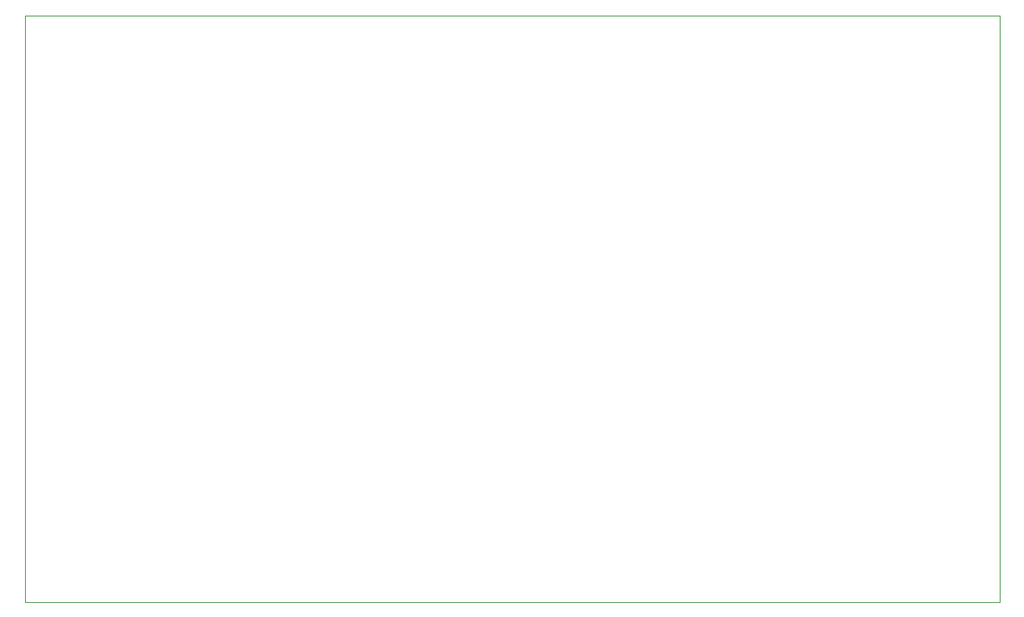
<source format=gbr>
%TF.GenerationSoftware,KiCad,Pcbnew,8.0.2*%
%TF.CreationDate,2024-12-19T10:05:04+01:00*%
%TF.ProjectId,OS-S88n,4f532d53-3838-46e2-9e6b-696361645f70,rev?*%
%TF.SameCoordinates,Original*%
%TF.FileFunction,Profile,NP*%
%FSLAX46Y46*%
G04 Gerber Fmt 4.6, Leading zero omitted, Abs format (unit mm)*
G04 Created by KiCad (PCBNEW 8.0.2) date 2024-12-19 10:05:04*
%MOMM*%
%LPD*%
G01*
G04 APERTURE LIST*
%TA.AperFunction,Profile*%
%ADD10C,0.100000*%
%TD*%
G04 APERTURE END LIST*
D10*
X111206000Y-59012000D02*
X216706000Y-59012000D01*
X216706000Y-122512000D01*
X111206000Y-122512000D01*
X111206000Y-59012000D01*
M02*

</source>
